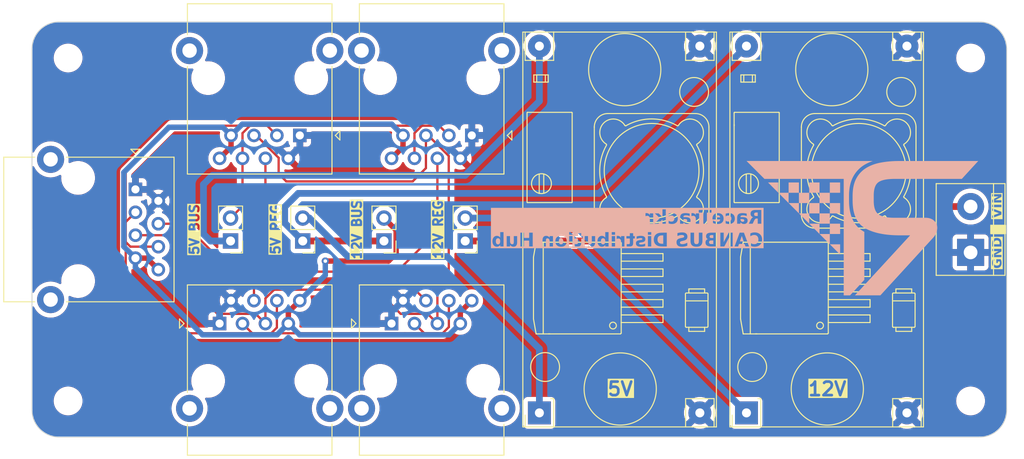
<source format=kicad_pcb>
(kicad_pcb (version 20221018) (generator pcbnew)
  (layers (0 "F.Cu" signal) (31 "B.Cu" signal) (34 "B.Paste" user) (35 "F.Paste" user) (36 "B.SilkS" user "B.Silkscreen") (37 "F.SilkS" user "F.Silkscreen") (38 "B.Mask" user) (39 "F.Mask" user) (44 "Edge.Cuts" user))
  (net 0 "")
  (net 1 "GND")
  (net 2 "+12V")
  (net 3 "+5V")
  (net 4 "CAN_L")
  (net 5 "CAN_H")
  (net 6 "Net-(J7-Pin_2)")
  (net 7 "Net-(JP1-B)")
  (net 8 "Net-(JP2-A)")
  (net 9 "Net-(JP3-B)")
  (net 10 "Net-(JP4-A)")
  (footprint "Connector_RJ:RJ45_Ninigi_GE" (layer "F.Cu") (at 122.051666 96.85 180)
    (fp_text reference "J2" hide)
    (fp_text value "RJ45")
    (pad "" np_thru_hole circle (at -1.27 6.35 180) (size 3.25 3.25) (drill 3.25) (layers "*.Cu" "*.Mask"))
    (pad "" np_thru_hole circle (at 10.16 6.35) (size 3.25 3.25) (drill 3.25) (layers "*.Cu" "*.Mask"))
    (pad "1" thru_hole rect (at 0 0) (size 1.5 1.5) (drill 0.9) (layers "*.Cu" "*.Mask") (net 1 "GND"))
    (pad "2" thru_hole circle (at 1.27 -2.54) (size 1.5 1.5) (drill 0.9) (layers "*.Cu" "*.Mask") (net 1 "GND"))
    (pad "3" thru_hole circle (at 2.54 0) (size 1.5 1.5) (drill 0.9) (layers "*.Cu" "*.Mask") (net 3 "+5V"))
    (pad "4" thru_hole circle (at 3.81 -2.54) (size 1.5 1.5) (drill 0.9) (layers "*.Cu" "*.Mask") (net 4 "CAN_L"))
    (pad "5" thru_hole circle (at 5.08 0) (size 1.5 1.5) (drill 0.9) (layers "*.Cu" "*.Mask") (net 5 "CAN_H"))
    (pad "6" thru_hole circle (at 6.35 -2.54) (size 1.5 1.5) (drill 0.9) (layers "*.Cu" "*.Mask") (net 3 "+5V"))
    (pad "7" thru_hole circle (at 7.62 0) (size 1.5 1.5) (drill 0.9) (layers "*.Cu" "*.Mask") (net 2 "+12V"))
    (pad "8" thru_hole circle (at 8.89 -2.54) (size 1.5 1.5) (drill 0.9) (layers "*.Cu" "*.Mask") (net 2 "+12V"))
    (pad "SH" thru_hole circle (at -3.325 9.4 180) (size 3 3) (drill 1.6) (layers "*.Cu" "*.Mask"))
    (pad "SH" thru_hole circle (at 12.215 9.4) (size 3 3) (drill 1.6) (layers "*.Cu" "*.Mask"))
  )
  (footprint "Connector_RJ:RJ45_Ninigi_GE" (layer "F.Cu") (at 132.216666 117.695)
    (fp_text reference "J5" hide)
    (fp_text value "RJ45")
    (pad "" np_thru_hole circle (at -1.27 6.35) (size 3.25 3.25) (drill 3.25) (layers "*.Cu" "*.Mask"))
    (pad "" np_thru_hole circle (at 10.16 6.35 180) (size 3.25 3.25) (drill 3.25) (layers "*.Cu" "*.Mask"))
    (pad "1" thru_hole rect (at 0 0 180) (size 1.5 1.5) (drill 0.9) (layers "*.Cu" "*.Mask") (net 1 "GND"))
    (pad "2" thru_hole circle (at 1.27 -2.54 180) (size 1.5 1.5) (drill 0.9) (layers "*.Cu" "*.Mask") (net 1 "GND"))
    (pad "3" thru_hole circle (at 2.54 0 180) (size 1.5 1.5) (drill 0.9) (layers "*.Cu" "*.Mask") (net 3 "+5V"))
    (pad "4" thru_hole circle (at 3.81 -2.54 180) (size 1.5 1.5) (drill 0.9) (layers "*.Cu" "*.Mask") (net 4 "CAN_L"))
    (pad "5" thru_hole circle (at 5.08 0 180) (size 1.5 1.5) (drill 0.9) (layers "*.Cu" "*.Mask") (net 5 "CAN_H"))
    (pad "6" thru_hole circle (at 6.35 -2.54 180) (size 1.5 1.5) (drill 0.9) (layers "*.Cu" "*.Mask") (net 3 "+5V"))
    (pad "7" thru_hole circle (at 7.62 0 180) (size 1.5 1.5) (drill 0.9) (layers "*.Cu" "*.Mask") (net 2 "+12V"))
    (pad "8" thru_hole circle (at 8.89 -2.54 180) (size 1.5 1.5) (drill 0.9) (layers "*.Cu" "*.Mask") (net 2 "+12V"))
    (pad "SH" thru_hole circle (at -3.325 9.4) (size 3 3) (drill 1.6) (layers "*.Cu" "*.Mask"))
    (pad "SH" thru_hole circle (at 12.215 9.4 180) (size 3 3) (drill 1.6) (layers "*.Cu" "*.Mask"))
  )
  (footprint "MountingHole:MountingHole_2.7mm_M2.5_DIN965" (layer "F.Cu") (at 196.376666 88.2725)
    (fp_text reference "REF**" hide)
    (fp_text value "MountingHole_2.7mm_M2.5_DIN965" hide)
    (pad "" np_thru_hole circle (at 0 0) (size 2.7 2.7) (drill 2.7) (layers "F&B.Cu" "*.Mask"))
  )
  (footprint "RaceTrackr:LM2596 Buck Converter" (layer "F.Cu") (at 171.541666 127.5925 90)
    (fp_text reference "U1" hide)
    (fp_text value "12V LM2596 Buck Converter")
    (pad "1" thru_hole rect (at 0 0 90) (size 2.54 2.54) (drill 1) (layers "*.Cu" "*.Mask") (net 7 "Net-(JP1-B)"))
    (pad "2" thru_hole circle (at 0 17.78 90) (size 2.54 2.54) (drill 1) (layers "*.Cu" "*.Mask") (net 1 "GND"))
    (pad "3" thru_hole circle (at 40.64 17.78 90) (size 2.54 2.54) (drill 1) (layers "*.Cu" "*.Mask") (net 1 "GND"))
    (pad "4" thru_hole circle (at 40.64 0 90) (size 2.54 2.54) (drill 1) (layers "*.Cu" "*.Mask") (net 8 "Net-(JP2-A)"))
  )
  (footprint "Connector_PinHeader_2.54mm:PinHeader_1x02_P2.54mm_Vertical" (layer "F.Cu") (at 131.376666 108.5475 180)
    (fp_text reference "JP2" hide)
    (fp_text value "Jumper_2_Open")
    (pad "1" thru_hole rect (at 0 0 180) (size 1.7 1.7) (drill 1) (layers "*.Cu" "*.Mask") (net 8 "Net-(JP2-A)"))
    (pad "2" thru_hole oval (at 0 2.54 180) (size 1.7 1.7) (drill 1) (layers "*.Cu" "*.Mask") (net 2 "+12V"))
  )
  (footprint "RaceTrackr:LM2596 Buck Converter" (layer "F.Cu") (at 148.596666 127.5925 90)
    (fp_text reference "U2" hide)
    (fp_text value "5V LM2596 Buck Converter")
    (pad "1" thru_hole rect (at 0 0 90) (size 2.54 2.54) (drill 1) (layers "*.Cu" "*.Mask") (net 9 "Net-(JP3-B)"))
    (pad "2" thru_hole circle (at 0 17.78 90) (size 2.54 2.54) (drill 1) (layers "*.Cu" "*.Mask") (net 1 "GND"))
    (pad "3" thru_hole circle (at 40.64 17.78 90) (size 2.54 2.54) (drill 1) (layers "*.Cu" "*.Mask") (net 1 "GND"))
    (pad "4" thru_hole circle (at 40.64 0 90) (size 2.54 2.54) (drill 1) (layers "*.Cu" "*.Mask") (net 10 "Net-(JP4-A)"))
  )
  (footprint "Connector_RJ:RJ45_Ninigi_GE" (layer "F.Cu") (at 103.836666 102.8275 -90)
    (fp_text reference "J1" hide)
    (fp_text value "RJ45")
    (pad "" np_thru_hole circle (at -1.27 6.35 270) (size 3.25 3.25) (drill 3.25) (layers "*.Cu" "*.Mask"))
    (pad "" np_thru_hole circle (at 10.16 6.35 90) (size 3.25 3.25) (drill 3.25) (layers "*.Cu" "*.Mask"))
    (pad "1" thru_hole rect (at 0 0 90) (size 1.5 1.5) (drill 0.9) (layers "*.Cu" "*.Mask") (net 1 "GND"))
    (pad "2" thru_hole circle (at 1.27 -2.54 90) (size 1.5 1.5) (drill 0.9) (layers "*.Cu" "*.Mask") (net 1 "GND"))
    (pad "3" thru_hole circle (at 2.54 0 90) (size 1.5 1.5) (drill 0.9) (layers "*.Cu" "*.Mask") (net 3 "+5V"))
    (pad "4" thru_hole circle (at 3.81 -2.54 90) (size 1.5 1.5) (drill 0.9) (layers "*.Cu" "*.Mask") (net 4 "CAN_L"))
    (pad "5" thru_hole circle (at 5.08 0 90) (size 1.5 1.5) (drill 0.9) (layers "*.Cu" "*.Mask") (net 5 "CAN_H"))
    (pad "6" thru_hole circle (at 6.35 -2.54 90) (size 1.5 1.5) (drill 0.9) (layers "*.Cu" "*.Mask") (net 3 "+5V"))
    (pad "7" thru_hole circle (at 7.62 0 90) (size 1.5 1.5) (drill 0.9) (layers "*.Cu" "*.Mask") (net 2 "+12V"))
    (pad "8" thru_hole circle (at 8.89 -2.54 90) (size 1.5 1.5) (drill 0.9) (layers "*.Cu" "*.Mask") (net 2 "+12V"))
    (pad "SH" thru_hole circle (at -3.325 9.4 270) (size 3 3) (drill 1.6) (layers "*.Cu" "*.Mask"))
    (pad "SH" thru_hole circle (at 12.215 9.4 90) (size 3 3) (drill 1.6) (layers "*.Cu" "*.Mask"))
  )
  (footprint "TerminalBlock:TerminalBlock_bornier-2_P5.08mm" (layer "F.Cu") (at 196.376666 109.8125 90)
    (fp_text reference "J7" (at 2.54 -5.08 90) (layer "F.SilkS"))
    (fp_text value "Screw_Terminal_01x02")
    (pad "1" thru_hole rect (at 0 0 90) (size 3 3) (drill 1.52) (layers "*.Cu" "*.Mask") (net 1 "GND"))
    (pad "2" thru_hole circle (at 5.08 0 90) (size 3 3) (drill 1.52) (layers "*.Cu" "*.Mask") (net 6 "Net-(J7-Pin_2)"))
  )
  (footprint "Connector_PinHeader_2.54mm:PinHeader_1x02_P2.54mm_Vertical" (layer "F.Cu") (at 122.376666 108.5475 180)
    (fp_text reference "JP3" hide)
    (fp_text value "Jumper_2_Open" hide)
    (pad "1" thru_hole rect (at 0 0 180) (size 1.7 1.7) (drill 1) (layers "*.Cu" "*.Mask") (net 8 "Net-(JP2-A)"))
    (pad "2" thru_hole oval (at 0 2.54 180) (size 1.7 1.7) (drill 1) (layers "*.Cu" "*.Mask") (net 9 "Net-(JP3-B)"))
  )
  (footprint "MountingHole:MountingHole_2.7mm_M2.5_DIN965" (layer "F.Cu") (at 96.376666 88.2725)
    (fp_text reference "REF**" hide)
    (fp_text value "MountingHole_2.7mm_M2.5_DIN965" hide)
    (pad "" np_thru_hole circle (at 0 0) (size 2.7 2.7) (drill 2.7) (layers "F&B.Cu" "*.Mask"))
  )
  (footprint "Connector_PinHeader_2.54mm:PinHeader_1x02_P2.54mm_Vertical" (layer "F.Cu") (at 114.376666 108.5475 180)
    (fp_text reference "JP4" hide)
    (fp_text value "Jumper_2_Open")
    (pad "1" thru_hole rect (at 0 0 180) (size 1.7 1.7) (drill 1) (layers "*.Cu" "*.Mask") (net 10 "Net-(JP4-A)"))
    (pad "2" thru_hole oval (at 0 2.54 180) (size 1.7 1.7) (drill 1) (layers "*.Cu" "*.Mask") (net 3 "+5V"))
  )
  (footprint "Connector_PinHeader_2.54mm:PinHeader_1x02_P2.54mm_Vertical" (layer "F.Cu") (at 140.376666 108.5475 180)
    (fp_text reference "JP1" hide)
    (fp_text value "Jumper_2_Open" hide)
    (pad "1" thru_hole rect (at 0 0 180) (size 1.7 1.7) (drill 1) (layers "*.Cu" "*.Mask") (net 6 "Net-(J7-Pin_2)"))
    (pad "2" thru_hole oval (at 0 2.54 180) (size 1.7 1.7) (drill 1) (layers "*.Cu" "*.Mask") (net 7 "Net-(JP1-B)"))
  )
  (footprint "Connector_RJ:RJ45_Ninigi_GE" (layer "F.Cu") (at 141.106666 96.85 180)
    (fp_text reference "J3" hide)
    (fp_text value "RJ45")
    (pad "" np_thru_hole circle (at -1.27 6.35 180) (size 3.25 3.25) (drill 3.25) (layers "*.Cu" "*.Mask"))
    (pad "" np_thru_hole circle (at 10.16 6.35) (size 3.25 3.25) (drill 3.25) (layers "*.Cu" "*.Mask"))
    (pad "1" thru_hole rect (at 0 0) (size 1.5 1.5) (drill 0.9) (layers "*.Cu" "*.Mask") (net 1 "GND"))
    (pad "2" thru_hole circle (at 1.27 -2.54) (size 1.5 1.5) (drill 0.9) (layers "*.Cu" "*.Mask") (net 1 "GND"))
    (pad "3" thru_hole circle (at 2.54 0) (size 1.5 1.5) (drill 0.9) (layers "*.Cu" "*.Mask") (net 3 "+5V"))
    (pad "4" thru_hole circle (at 3.81 -2.54) (size 1.5 1.5) (drill 0.9) (layers "*.Cu" "*.Mask") (net 4 "CAN_L"))
    (pad "5" thru_hole circle (at 5.08 0) (size 1.5 1.5) (drill 0.9) (layers "*.Cu" "*.Mask") (net 5 "CAN_H"))
    (pad "6" thru_hole circle (at 6.35 -2.54) (size 1.5 1.5) (drill 0.9) (layers "*.Cu" "*.Mask") (net 3 "+5V"))
    (pad "7" thru_hole circle (at 7.62 0) (size 1.5 1.5) (drill 0.9) (layers "*.Cu" "*.Mask") (net 2 "+12V"))
    (pad "8" thru_hole circle (at 8.89 -2.54) (size 1.5 1.5) (drill 0.9) (layers "*.Cu" "*.Mask") (net 2 "+12V"))
    (pad "SH" thru_hole circle (at -3.325 9.4 180) (size 3 3) (drill 1.6) (layers "*.Cu" "*.Mask"))
    (pad "SH" thru_hole circle (at 12.215 9.4) (size 3 3) (drill 1.6) (layers "*.Cu" "*.Mask"))
  )
  (footprint "MountingHole:MountingHole_2.7mm_M2.5_DIN965" (layer "F.Cu") (at 96.376666 126.2725)
    (fp_text reference "REF**" hide)
    (fp_text value "MountingHole_2.7mm_M2.5_DIN965" hide)
    (pad "" np_thru_hole circle (at 0 0) (size 2.7 2.7) (drill 2.7) (layers "F&B.Cu" "*.Mask"))
  )
  (footprint "Connector_RJ:RJ45_Ninigi_GE" (layer "F.Cu") (at 113.161666 117.695)
    (fp_text reference "J4" hide)
    (fp_text value "RJ45")
    (pad "" np_thru_hole circle (at -1.27 6.35) (size 3.25 3.25) (drill 3.25) (layers "*.Cu" "*.Mask"))
    (pad "" np_thru_hole circle (at 10.16 6.35 180) (size 3.25 3.25) (drill 3.25) (layers "*.Cu" "*.Mask"))
    (pad "1" thru_hole rect (at 0 0 180) (size 1.5 1.5) (drill 0.9) (layers "*.Cu" "*.Mask") (net 1 "GND"))
    (pad "2" thru_hole circle (at 1.27 -2.54 180) (size 1.5 1.5) (drill 0.9) (layers "*.Cu" "*.Mask") (net 1 "GND"))
    (pad "3" thru_hole circle (at 2.54 0 180) (size 1.5 1.5) (drill 0.9) (layers "*.Cu" "*.Mask") (net 3 "+5V"))
    (pad "4" thru_hole circle (at 3.81 -2.54 180) (size 1.5 1.5) (drill 0.9) (layers "*.Cu" "*.Mask") (net 4 "CAN_L"))
    (pad "5" thru_hole circle (at 5.08 0 180) (size 1.5 1.5) (drill 0.9) (layers "*.Cu" "*.Mask") (net 5 "CAN_H"))
    (pad "6" thru_hole circle (at 6.35 -2.54 180) (size 1.5 1.5) (drill 0.9) (layers "*.Cu" "*.Mask") (net 3 "+5V"))
    (pad "7" thru_hole circle (at 7.62 0 180) (size 1.5 1.5) (drill 0.9) (layers "*.Cu" "*.Mask") (net 2 "+12V"))
    (pad "8" thru_hole circle (at 8.89 -2.54 180) (size 1.5 1.5) (drill 0.9) (layers "*.Cu" "*.Mask") (net 2 "+12V"))
    (pad "SH" thru_hole circle (at -3.325 9.4) (size 3 3) (drill 1.6) (layers "*.Cu" "*.Mask"))
    (pad "SH" thru_hole circle (at 12.215 9.4 180) (size 3 3) (drill 1.6) (layers "*.Cu" "*.Mask"))
  )
  (footprint "MountingHole:MountingHole_2.7mm_M2.5_DIN965" (layer "F.Cu") (at 196.376666 126.2725)
    (fp_text reference "REF**" hide)
    (fp_text value "MountingHole_2.7mm_M2.5_DIN965" hide)
    (pad "" np_thru_hole circle (at 0 0) (size 2.7 2.7) (drill 2.7) (layers "F&B.Cu" "*.Mask"))
  )
  (gr_poly (pts (xy 196.464393 99.68421) (xy 188.444873 99.68421) (xy 188.174346 99.687001) (xy 187.908461 99.695372) (xy 187.647212 99.709325) (xy 187.390591 99.728859) (xy 187.13859 99.753973) (xy 186.891201 99.784669) (xy 186.648416 99.820946) (xy 186.410228 99.862804) (xy 186.293367 99.886136) (xy 186.178431 99.911483) (xy 186.06542 99.938846) (xy 185.954338 99.968224) (xy 185.845186 99.999617) (xy 185.737967 100.033026) (xy 185.632681 100.06845) (xy 185.529331 100.10589) (xy 185.427919 100.145345) (xy 185.328447 100.186815) (xy 185.230916 100.230301) (xy 185.135329 100.275802) (xy 185.041688 100.323318) (xy 184.949994 100.37285) (xy 184.86025 100.424397) (xy 184.772457 100.47796) (xy 184.686951 100.533732) (xy 184.60382 100.591907) (xy 184.523067 100.652484) (xy 184.444694 100.715465) (xy 184.368705 100.780849) (xy 184.295102 100.848635) (xy 184.223889 100.918825) (xy 184.155068 100.991417) (xy 184.088643 101.066413) (xy 184.024615 101.143811) (xy 183.962988 101.223612) (xy 183.903766 101.305817) (xy 183.84695 101.390424) (xy 183.792544 101.477434) (xy 183.74055 101.566847) (xy 183.690972 101.658663) (xy 183.643998 101.753192) (xy 183.600062 101.850746) (xy 183.559162 101.951324) (xy 183.521298 102.054928) (xy 183.486469 102.16156) (xy 183.454673 102.271219) (xy 183.42591 102.383907) (xy 183.400179 102.499625) (xy 183.377479 102.618373) (xy 183.357808 102.740154) (xy 183.341167 102.864967) (xy 183.327553 102.992814) (xy 183.316966 103.123696) (xy 183.309406 103.257613) (xy 183.30487 103.394567) (xy 183.303358 103.534559) (xy 183.303358 104.07034) (xy 183.308753 104.347501) (xy 183.324936 104.613189) (xy 183.351905 104.867403) (xy 183.369433 104.990207) (xy 183.389658 105.110142) (xy 183.412578 105.227208) (xy 183.438193 105.341405) (xy 183.466504 105.452733) (xy 183.497509 105.561191) (xy 183.531209 105.666779) (xy 183.567603 105.769499) (xy 183.606692 105.869348) (xy 183.648474 105.966328) (xy 183.69295 106.060437) (xy 183.740119 106.151677) (xy 183.789982 106.240046) (xy 183.842537 106.325545) (xy 183.897785 106.408173) (xy 183.955726 106.487931) (xy 184.016358 106.564818) (xy 184.079683 106.638834) (xy 184.145699 106.70998) (xy 184.214407 106.778254) (xy 184.285806 106.843657) (xy 184.359896 106.906189) (xy 184.436676 106.965849) (xy 184.516147 107.022638) (xy 184.598309 107.076555) (xy 184.68316 107.1276) (xy 184.859971 107.223719) (xy 185.045373 107.313636) (xy 185.239367 107.397351) (xy 185.441956 107.474866) (xy 185.653141 107.54618) (xy 185.872925 107.611292) (xy 186.101308 107.670203) (xy 186.338294 107.722913) (xy 186.583884 107.769422) (xy 186.83808 107.809729) (xy 187.100884 107.843836) (xy 187.372298 107.871741) (xy 187.652324 107.893445) (xy 187.940964 107.908948) (xy 188.238219 107.91825) (xy 188.544092 107.92135) (xy 189.675847 107.92135) (xy 184.600477 113.440558) (xy 183.561324 114.570329) (xy 186.380461 114.570329) (xy 192.216507 108.197841) (xy 192.252978 108.157843) (xy 192.287976 108.117225) (xy 192.321501 108.075987) (xy 192.353553 108.034129) (xy 192.384133 107.991651) (xy 192.413239 107.948553) (xy 192.440873 107.904835) (xy 192.467035 107.860497) (xy 192.491723 107.815538) (xy 192.514939 107.769959) (xy 192.536682 107.723761) (xy 192.556952 107.676942) (xy 192.575749 107.629503) (xy 192.593074 107.581444) (xy 192.608925 107.532765) (xy 192.623304 107.483465) (xy 192.636249 107.433979) (xy 192.647551 107.384986) (xy 192.657209 107.33648) (xy 192.665224 107.288459) (xy 192.671596 107.240919) (xy 192.676324 107.193855) (xy 192.679409 107.147264) (xy 192.680851 107.101143) (xy 192.68065 107.055486) (xy 192.678805 107.01029) (xy 192.675317 106.965552) (xy 192.670185 106.921267) (xy 192.66341 106.877432) (xy 192.654992 106.834043) (xy 192.644931 106.791095) (xy 192.633226 106.748585) (xy 192.619932 106.709355) (xy 192.604856 106.670795) (xy 192.587996 106.632908) (xy 192.569354 106.595695) (xy 192.548929 106.559161) (xy 192.526721 106.523308) (xy 192.50273 106.488139) (xy 192.476957 106.453657) (xy 192.4494 106.419865) (xy 192.420061 106.386766) (xy 192.388939 106.354363) (xy 192.356034 106.322658) (xy 192.321346 106.291654) (xy 192.284876 106.261355) (xy 192.246622 106.231764) (xy 192.206586 106.202882) (xy 192.164883 106.175248) (xy 192.121877 106.149397) (xy 192.077566 106.125329) (xy 192.031951 106.103043) (xy 191.985029 106.082541) (xy 191.9368 106.063821) (xy 191.887263 106.046884) (xy 191.836417 106.03173) (xy 191.784261 106.018359) (xy 191.730795 106.00677) (xy 191.676016 105.996965) (xy 191.619924 105.988942) (xy 191.562518 105.982702) (xy 191.503798 105.978245) (xy 191.443762 105.975571) (xy 191.382409 105.974679) (xy 187.948117 105.974679) (xy 187.789941 105.973136) (xy 187.637875 105.968505) (xy 187.491921 105.960783) (xy 187.352081 105.949968) (xy 187.218357 105.936055) (xy 187.090751 105.919043) (xy 186.969265 105.898928) (xy 186.8539 105.875708) (xy 186.744659 105.84938) (xy 186.641543 105.81994) (xy 186.544555 105.787387) (xy 186.453697 105.751716) (xy 186.36897 105.712925) (xy 186.290376 105.671011) (xy 186.217917 105.625972) (xy 186.151596 105.577804) (xy 186.090204 105.525668) (xy 186.03278 105.468233) (xy 185.979323 105.405502) (xy 185.929832 105.337477) (xy 185.884306 105.264163) (xy 185.842743 105.18556) (xy 185.805143 105.101674) (xy 185.771506 105.012505) (xy 185.741829 104.918058) (xy 185.716113 104.818335) (xy 185.694355 104.713339) (xy 185.676556 104.603073) (xy 185.662713 104.48754) (xy 185.652827 104.366742) (xy 185.646896 104.240683) (xy 185.644919 104.109366) (xy 185.644919 103.493549) (xy 185.646896 103.362317) (xy 185.652827 103.23651) (xy 185.662713 103.11613) (xy 185.676556 103.001176) (xy 185.694355 102.891648) (xy 185.716113 102.787545) (xy 185.741829 102.688869) (xy 185.771506 102.595619) (xy 185.805143 102.507795) (xy 185.842743 102.425397) (xy 185.863029 102.386233) (xy 185.884306 102.348425) (xy 185.906573 102.311974) (xy 185.929832 102.276879) (xy 185.954082 102.243141) (xy 185.979323 102.210759) (xy 186.005556 102.179734) (xy 186.03278 102.150065) (xy 186.060996 102.121753) (xy 186.090204 102.094797) (xy 186.120404 102.069198) (xy 186.151596 102.044955) (xy 186.217917 101.999408) (xy 186.290376 101.956778) (xy 186.36897 101.917069) (xy 186.453697 101.880283) (xy 186.544555 101.846423) (xy 186.641543 101.815492) (xy 186.744659 101.787494) (xy 186.8539 101.76243) (xy 186.969265 101.740304) (xy 187.090751 101.721118) (xy 187.218357 101.704877) (xy 187.352081 101.691581) (xy 187.491921 101.681236) (xy 187.637875 101.673842) (xy 187.789941 101.669404) (xy 187.948117 101.667924) (xy 195.404737 101.667924) (xy 197.22507 99.682226)) (fill solid) (layer "B.SilkS"))
  (gr_poly (pts (xy 180.777909 105.488507) (xy 181.919586 105.488507) (xy 181.919586 104.34683) (xy 180.777909 104.34683)) (fill solid) (layer "B.SilkS"))
  (gr_poly (pts (xy 175.070848 103.205153) (xy 175.070848 102.064137) (xy 173.929832 102.064137)) (fill solid) (layer "B.SilkS"))
  (gr_poly (pts (xy 178.495217 106.629523) (xy 178.495217 105.488507) (xy 177.354201 105.488507)) (fill solid) (layer "B.SilkS"))
  (gr_poly (pts (xy 178.495217 103.205814) (xy 179.636895 103.205814) (xy 179.636895 102.064137) (xy 178.495217 102.064137)) (fill solid) (layer "B.SilkS"))
  (gr_poly (pts (xy 179.636895 106.630184) (xy 180.778571 106.630184) (xy 180.778571 105.488507) (xy 179.636895 105.488507)) (fill solid) (layer "B.SilkS"))
  (gr_poly (pts (xy 180.777909 103.205814) (xy 181.919586 103.205814) (xy 181.919586 102.064137) (xy 180.777909 102.064137)) (fill solid) (layer "B.SilkS"))
  (gr_poly (pts (xy 177.354201 105.488507) (xy 177.354201 104.34683) (xy 176.212523 104.34683)) (fill solid) (layer "B.SilkS"))
  (gr_poly (pts (xy 176.212523 103.205814) (xy 177.354201 103.205814) (xy 177.354201 102.064137) (xy 176.212523 102.064137)) (fill solid) (layer "B.SilkS"))
  (gr_poly (pts (xy 176.212523 104.34683) (xy 176.212523 103.205153) (xy 175.070848 103.205153)) (fill solid) (layer "B.SilkS"))
  (gr_poly (pts (xy 179.636895 107.7712) (xy 179.636895 106.629523) (xy 178.495217 106.629523)) (fill solid) (layer "B.SilkS"))
  (gr_poly (pts (xy 179.636895 104.34683) (xy 180.778571 104.34683) (xy 180.778571 103.205153) (xy 179.636895 103.205153)) (fill solid) (layer "B.SilkS"))
  (gr_poly (pts (xy 181.919586 110.053892) (xy 181.919586 108.912877) (xy 180.778571 108.912877)) (fill solid) (layer "B.SilkS"))
  (gr_poly (pts (xy 178.495217 105.488507) (xy 179.636895 105.488507) (xy 179.636895 104.34683) (xy 178.495217 104.34683)) (fill solid) (layer "B.SilkS"))
  (gr_poly (pts (xy 177.353539 104.34683) (xy 178.495217 104.34683) (xy 178.495217 103.205153) (xy 177.353539 103.205153)) (fill solid) (layer "B.SilkS"))
  (gr_poly (pts (xy 173.533618 101.666601) (xy 173.870961 101.667924) (xy 182.317784 101.667924) (xy 182.317784 114.57099) (xy 183.022238 114.57099) (xy 183.269623 114.302439) (xy 184.600477 112.854506) (xy 184.600477 107.530429) (xy 184.586199 107.522852) (xy 184.571703 107.515453) (xy 184.542434 107.500911) (xy 184.527845 107.493629) (xy 184.513412 107.486245) (xy 184.499227 107.478692) (xy 184.485383 107.470897) (xy 184.294987 107.351571) (xy 184.116721 107.219595) (xy 183.950605 107.075015) (xy 183.79666 106.917877) (xy 183.654909 106.748228) (xy 183.525372 106.566116) (xy 183.408071 106.371585) (xy 183.303026 106.164683) (xy 183.21026 105.945456) (xy 183.129794 105.713951) (xy 183.061648 105.470214) (xy 183.005845 105.214291) (xy 182.962406 104.94623) (xy 182.931351 104.666077) (xy 182.912703 104.373878) (xy 182.906482 104.069679) (xy 182.906482 103.533898) (xy 182.908179 103.382532) (xy 182.913267 103.234049) (xy 182.921743 103.088479) (xy 182.933602 102.945851) (xy 182.94884 102.806196) (xy 182.967455 102.669544) (xy 182.989441 102.535924) (xy 183.014796 102.405367) (xy 183.043514 102.277903) (xy 183.075593 102.153562) (xy 183.111028 102.032374) (xy 183.149816 101.914369) (xy 183.191952 101.799577) (xy 183.237433 101.688027) (xy 183.286255 101.579751) (xy 183.338414 101.474778) (xy 183.394043 101.371617) (xy 183.452523 101.271002) (xy 183.513836 101.172953) (xy 183.577965 101.07749) (xy 183.644892 100.98463) (xy 183.7146 100.894395) (xy 183.787072 100.806803) (xy 183.862289 100.721873) (xy 183.940235 100.639626) (xy 184.020892 100.560079) (xy 184.104242 100.483254) (xy 184.190269 100.409169) (xy 184.278955 100.337843) (xy 184.370281 100.269296) (xy 184.464232 100.203548) (xy 184.560789 100.140617) (xy 184.673539 100.072576) (xy 184.789468 100.007798) (xy 184.908465 99.946198) (xy 185.030424 99.887691) (xy 185.155236 99.832192) (xy 185.282791 99.779615) (xy 185.412982 99.729876) (xy 185.5457 99.682887) (xy 178.597743 99.682887) (xy 172.04732 99.682226) (xy 171.549243 99.682226)) (fill solid) (layer "B.SilkS"))
  (gr_poly (pts (xy 180.777909 107.7712) (xy 181.919586 107.7712) (xy 181.919586 106.629523) (xy 180.777909 106.629523)) (fill solid) (layer "B.SilkS"))
  (gr_poly (pts (xy 180.778571 108.912877) (xy 180.778571 107.7712) (xy 179.636895 107.7712)) (fill solid) (layer "B.SilkS"))
  (gr_rect (start 198.626666 106.8225) (end 200.226666 107.7225) (stroke (width 0.15)) (fill solid) (layer "F.SilkS"))
  (gr_line (start 200.376666 87.2725) (end 200.376666 107.2725) (stroke (width 0.1)) (layer "Edge.Cuts"))
  (gr_arc (start 197.376666 84.2725) (mid 199.497986 85.15118) (end 200.376666 87.2725) (stroke (width 0.1)) (layer "Edge.Cuts"))
  (gr_arc (start 200.376666 127.2725) (mid 199.497986 129.39382) (end 197.376666 130.2725) (stroke (width 0.1)) (layer "Edge.Cuts"))
  (gr_arc (start 95.376666 130.2725) (mid 93.255346 129.39382) (end 92.376666 127.2725) (stroke (width 0.1)) (layer "Edge.Cuts"))
  (gr_arc (start 92.376666 87.2725) (mid 93.255346 85.15118) (end 95.376666 84.2725) (stroke (width 0.1)) (layer "Edge.Cuts"))
  (gr_line (start 92.376666 127.2725) (end 92.376666 107.2725) (stroke (width 0.1)) (layer "Edge.Cuts"))
  (gr_line (start 197.376666 130.2725) (end 95.376666 130.2725) (stroke (width 0.1)) (layer "Edge.Cuts"))
  (gr_line (start 200.376666 107.2725) (end 200.376666 127.2725) (stroke (width 0.1)) (layer "Edge.Cuts"))
  (gr_line (start 95.376666 84.2725) (end 197.376666 84.2725) (stroke (width 0.1)) (layer "Edge.Cuts"))
  (gr_line (start 92.376666 107.2725) (end 92.376666 87.2725) (stroke (width 0.1)) (layer "Edge.Cuts"))
  (gr_text "RaceTrackr\nCANBUS Distribution Hub" (at 173.376666 107.2725) (layer "B.SilkS" knockout) (effects (font (size 1.5 1.5) (thickness 0.3) bold) (justify left mirror)))
  (gr_text "12V BUS" (at 128.376666 107.2725 90) (layer "F.SilkS" knockout) (effects (font (size 1 1) (thickness 0.25) bold)))
  (gr_text "GND" (at 199.376666 109.8725 90) (layer "F.SilkS" knockout) (effects (font (size 1 1) (thickness 0.25) bold)))
  (gr_text "12V REG" (at 137.376666 107.2725 90) (layer "F.SilkS" knockout) (effects (font (size 1 1) (thickness 0.25) bold)))
  (gr_text "5V" (at 157.554084 124.945834) (layer "F.SilkS" knockout) (effects (font (size 1.5 1.5) (thickness 0.3) bold)))
  (gr_text "5V BUS" (at 110.376666 107.2725 90) (layer "F.SilkS" knockout) (effects (font (size 1 1) (thickness 0.25) bold)))
  (gr_text "12V" (at 180.499084 124.945834) (layer "F.SilkS" knockout) (effects (font (size 1.5 1.5) (thickness 0.3) bold)))
  (gr_text "VIN" (at 199.376666 104.6225 90) (layer "F.SilkS" knockout) (effects (font (size 1 1) (thickness 0.25) bold)))
  (gr_text "5V REG" (at 119.376666 107.2725 90) (layer "F.SilkS" knockout) (effects (font (size 1 1) (thickness 0.25) bold)))
  (segment (start 103.836666 110.4475) (end 105.106666 110.4475) (width 0.6) (layer "F.Cu") (net 2))
  (segment (start 133.486666 96.85) (end 133.486666 98.12) (width 0.6) (layer "F.Cu") (net 2))
  (segment (start 114.431666 98.12) (end 113.161666 99.39) (width 0.6) (layer "F.Cu") (net 2))
  (segment (start 131.376666 106.0075) (end 132.726666 107.3575) (width 0.6) (layer "F.Cu") (net 2))
  (segment (start 120.781666 117.695) (end 120.781666 116.425) (width 0.6) (layer "F.Cu") (net 2))
  (segment (start 114.431666 96.85) (end 114.431666 98.12) (width 0.6) (layer "F.Cu") (net 2))
  (segment (start 105.106666 110.4475) (end 106.376666 111.7175) (width 0.6) (layer "F.Cu") (net 2))
  (segment (start 139.836666 116.425) (end 141.106666 115.155) (width 0.6) (layer "F.Cu") (net 2))
  (segment (start 133.486666 98.12) (end 132.216666 99.39) (width 0.6) (layer "F.Cu") (net 2))
  (segment (start 139.836666 117.695) (end 139.836666 116.425) (width 0.6) (layer "F.Cu") (net 2))
  (segment (start 132.726666 107.3575) (end 132.726666 109.9225) (width 0.6) (layer "F.Cu") (net 2))
  (segment (start 120.781666 116.425) (end 122.051666 115.155) (width 0.6) (layer "F.Cu") (net 2))
  (segment (start 132.726666 109.9225) (end 131.876666 110.7725) (width 0.6) (layer "F.Cu") (net 2))
  (segment (start 131.876666 110.7725) (end 124.876666 110.7725) (width 0.6) (layer "F.Cu") (net 2))
  (via (at 124.876666 110.7725) (size 0.8) (drill 0.4) (layers "F.Cu" "B.Cu") (net 2))
  (segment (start 124.876666 110.7725) (end 124.876666 112.33) (width 0.6) (layer "B.Cu") (net 2))
  (segment (start 139.836666 117.695) (end 138.586666 118.945) (width 0.6) (layer "B.Cu") (net 2))
  (segment (start 102.554084 109.164918) (end 103.836666 110.4475) (width 0.6) (layer "B.Cu") (net 2))
  (segment (start 114.431666 96.85) (end 115.681666 95.6) (width 0.6) (layer "B.Cu") (net 2))
  (segment (start 114.431666 96.85) (end 113.5275 95.945834) (width 0.6) (layer "B.Cu") (net 2))
  (segment (start 124.876666 112.33) (end 122.051666 115.155) (width 0.6) (layer "B.Cu") (net 2))
  (segment (start 119.531666 118.945) (end 111.273506 118.945) (width 0.6) (layer "B.Cu") (net 2))
  (segment (start 132.236666 95.6) (end 133.486666 96.85) (width 0.6) (layer "B.Cu") (net 2))
  (segment (start 138.586666 118.945) (end 122.031666 118.945) (width 0.6) (layer "B.Cu") (net 2))
  (segment (start 107.554084 95.945834) (end 102.554084 100.945834) (width 0.6) (layer "B.Cu") (net 2))
  (segment (start 115.681666 95.6) (end 132.236666 95.6) (width 0.6) (layer "B.Cu") (net 2))
  (segment (start 103.836666 111.50816) (end 103.836666 110.4475) (width 0.6) (layer "B.Cu") (net 2))
  (segment (start 102.554084 100.945834) (end 102.554084 109.164918) (width 0.6) (layer "B.Cu") (net 2))
  (segment (start 122.031666 118.945) (end 120.781666 117.695) (width 0.6) (layer "B.Cu") (net 2))
  (segment (start 113.5275 95.945834) (end 107.554084 95.945834) (width 0.6) (layer "B.Cu") (net 2))
  (segment (start 111.273506 118.945) (end 103.836666 111.50816) (width 0.6) (layer "B.Cu") (net 2))
  (segment (start 120.781666 117.695) (end 119.531666 118.945) (width 0.6) (layer "B.Cu") (net 2))
  (segment (start 107.874166 118.77) (end 102.761666 113.6575) (width 0.25) (layer "F.Cu") (net 3))
  (segment (start 116.526386 95.775) (end 107.874166 95.775) (width 0.25) (layer "F.Cu") (net 3))
  (segment (start 134.756666 96.59972) (end 135.581386 95.775) (width 0.25) (layer "F.Cu") (net 3))
  (segment (start 102.761666 113.6575) (end 102.761666 108.6575) (width 0.25) (layer "F.Cu") (net 3))
  (segment (start 114.376666 106.0075) (end 115.701666 104.6825) (width 0.25) (layer "F.Cu") (net 3))
  (segment (start 135.581386 95.775) (end 118.436666 95.775) (width 0.25) (layer "F.Cu") (net 3))
  (segment (start 138.566666 118.0825) (end 138.566666 115.155) (width 0.25) (layer "F.Cu") (net 3))
  (segment (start 135.581386 95.775) (end 137.491666 95.775) (width 0.25) (layer "F.Cu") (net 3))
  (segment (start 102.761666 106.4425) (end 102.761666 108.6575) (width 0.25) (layer "F.Cu") (net 3))
  (segment (start 116.776666 118.77) (end 118.879166 118.77) (width 0.25) (layer "F.Cu") (net 3))
  (segment (start 135.831666 118.77) (end 137.879166 118.77) (width 0.25) (layer "F.Cu") (net 3))
  (segment (start 134.756666 99.39) (end 134.756666 96.59972) (width 0.25) (layer "F.Cu") (net 3))
  (segment (start 119.511666 96.85) (end 118.436666 95.775) (width 0.25) (layer "F.Cu") (net 3))
  (segment (start 133.681666 118.77) (end 137.376666 118.77) (width 0.25) (layer "F.Cu") (net 3))
  (segment (start 118.879166 118.77) (end 119.511666 118.1375) (width 0.25) (layer "F.Cu") (net 3))
  (segment (start 115.701666 104.6825) (end 115.701666 99.39) (width 0.25) (layer "F.Cu") (net 3))
  (segment (start 116.776666 118.77) (end 107.874166 118.77) (width 0.25) (layer "F.Cu") (net 3))
  (segment (start 137.879166 118.77) (end 138.566666 118.0825) (width 0.25) (layer "F.Cu") (net 3))
  (segment (start 118.436666 95.775) (end 116.526386 95.775) (width 0.25) (layer "F.Cu") (net 3))
  (segment (start 102.761666 100.8875) (end 102.761666 106.4425) (width 0.25) (layer "F.Cu") (net 3))
  (segment (start 102.761666 108.6575) (end 103.281666 109.1775) (width 0.25) (layer "F.Cu") (net 3))
  (segment (start 116.526386 95.775) (end 115.701666 96.59972) (width 0.25) (layer "F.Cu") (net 3))
  (segment (start 107.874166 95.775) (end 102.761666 100.8875) (width 0.25) (layer "F.Cu") (net 3))
  (segment (start 137.491666 95.775) (end 138.566666 96.85) (width 0.25) (layer "F.Cu") (net 3))
  (segment (start 119.511666 118.1375) (end 119.511666 115.155) (width 0.25) (layer "F.Cu") (net 3))
  (segment (start 118.879166 118.77) (end 133.681666 118.77) (width 0.25) (layer "F.Cu") (net 3))
  (segment (start 134.756666 117.695) (end 135.831666 118.77) (width 0.25) (layer "F.Cu") (net 3))
  (segment (start 115.701666 117.695) (end 116.776666 118.77) (width 0.25) (layer "F.Cu") (net 3))
  (segment (start 103.281666 109.1775) (end 106.376666 109.1775) (width 0.25) (layer "F.Cu") (net 3))
  (segment (start 115.701666 96.59972) (end 115.701666 99.39) (width 0.25) (layer "F.Cu") (net 3))
  (segment (start 103.836666 105.3675) (end 102.761666 106.4425) (width 0.25) (layer "F.Cu") (net 3))
  (segment (start 106.376666 106.6375) (end 109.24575 106.6375) (width 0.25) (layer "F.Cu") (net 4))
  (segment (start 117.554084 111.945834) (end 132.8175 111.945834) (width 0.25) (layer "F.Cu") (net 4))
  (segment (start 137.296666 99.39) (end 137.296666 107.466668) (width 0.25) (layer "F.Cu") (net 4))
  (segment (start 109.24575 106.6375) (end 114.554084 111.945834) (width 0.25) (layer "F.Cu") (net 4))
  (segment (start 114.554084 111.945834) (end 117.554084 111.945834) (width 0.25) (layer "F.Cu") (net 4))
  (segment (start 118.241666 111.633416) (end 118.554084 111.945834) (width 0.25) (layer "F.Cu") (net 4))
  (segment (start 116.971666 115.155) (end 116.971666 112.528252) (width 0.25) (layer "F.Cu") (net 4))
  (segment (start 118.241666 99.39) (end 118.241666 111.633416) (width 0.25) (layer "F.Cu") (net 4))
  (segment (start 137.296666 107.466668) (end 132.8175 111.945834) (width 0.25) (layer "F.Cu") (net 4))
  (segment (start 116.971666 112.528252) (end 117.554084 111.945834) (width 0.25) (layer "F.Cu") (net 4))
  (segment (start 132.8175 111.945834) (end 136.026666 115.155) (width 0.25) (layer "F.Cu") (net 4))
  (segment (start 136.221666 116.62) (end 133.22825 116.62) (width 0.25) (layer "F.Cu") (net 5))
  (segment (start 119.200552 113.945834) (end 118.241666 114.90472) (width 0.25) (layer "F.Cu") (net 5))
  (segment (start 136.276946 96.85) (end 138.554084 99.127138) (width 0.25) (layer "F.Cu") (net 5))
  (segment (start 120.554084 101.945834) (end 134.554084 101.945834) (width 0.25) (layer "F.Cu") (net 5))
  (segment (start 108.554084 108.945834) (end 107.51575 107.9075) (width 0.25) (layer "F.Cu") (net 5))
  (segment (start 108.554084 112.2525) (end 108.554084 108.945834) (width 0.25) (layer "F.Cu") (net 5))
  (segment (start 137.296666 117.695) (end 136.221666 116.62) (width 0.25) (layer "F.Cu") (net 5))
  (segment (start 107.51575 107.9075) (end 103.836666 107.9075) (width 0.25) (layer "F.Cu") (net 5))
  (segment (start 136.026666 96.85) (end 136.276946 96.85) (width 0.25) (layer "F.Cu") (net 5))
  (segment (start 130.554084 113.945834) (end 119.200552 113.945834) (width 0.25) (layer "F.Cu") (net 5))
  (segment (start 117.221946 96.85) (end 119.706666 99.33472) (width 0.25) (layer "F.Cu") (net 5))
  (segment (start 119.706666 99.33472) (end 119.706666 101.098416) (width 0.25) (layer "F.Cu") (net 5))
  (segment (start 136.026666 100.473252) (end 136.026666 96.85) (width 0.25) (layer "F.Cu") (net 5))
  (segment (start 118.241666 114.90472) (end 118.241666 117.695) (width 0.25) (layer "F.Cu") (net 5))
  (segment (start 134.554084 101.945834) (end 136.026666 100.473252) (width 0.25) (layer "F.Cu") (net 5))
  (segment (start 119.706666 101.098416) (end 120.554084 101.945834) (width 0.25) (layer "F.Cu") (net 5))
  (segment (start 118.241666 117.695) (end 117.166666 116.62) (width 0.25) (layer "F.Cu") (net 5))
  (segment (start 138.554084 112.945834) (end 137.296666 114.203252) (width 0.25) (layer "F.Cu") (net 5))
  (segment (start 137.296666 114.203252) (end 137.296666 117.695) (width 0.25) (layer "F.Cu") (net 5))
  (segment (start 138.554084 99.127138) (end 138.554084 112.945834) (width 0.25) (layer "F.Cu") (net 5))
  (segment (start 133.22825 116.62) (end 130.554084 113.945834) (width 0.25) (layer "F.Cu") (net 5))
  (segment (start 116.971666 96.85) (end 117.221946 96.85) (width 0.25) (layer "F.Cu") (net 5))
  (segment (start 112.921584 116.62) (end 108.554084 112.2525) (width 0.25) (layer "F.Cu") (net 5))
  (segment (start 117.166666 116.62) (end 112.921584 116.62) (width 0.25) (layer "F.Cu") (net 5))
  (segment (start 196.376666 104.7325) (end 183.916666 104.7325) (width 0.75) (layer "F.Cu") (net 6))
  (segment (start 180.101666 108.5475) (end 140.376666 108.5475) (width 0.75) (layer "F.Cu") (net 6))
  (segment (start 183.916666 104.7325) (end 180.101666 108.5475) (width 0.75) (layer "F.Cu") (net 6))
  (segment (start 171.541666 127.5925) (end 149.956666 106.0075) (width 0.75) (layer "B.Cu") (net 7))
  (segment (start 149.956666 106.0075) (end 140.376666 106.0075) (width 0.75) (layer "B.Cu") (net 7))
  (segment (start 122.376666 108.5475) (end 131.376666 108.5475) (width 0.75) (layer "F.Cu") (net 8))
  (segment (start 121.876666 103.2725) (end 120.376666 104.7725) (width 0.75) (layer "B.Cu") (net 8))
  (segment (start 120.376666 106.5475) (end 120.376666 104.7725) (width 0.75) (layer "B.Cu") (net 8))
  (segment (start 155.221666 103.2725) (end 121.876666 103.2725) (width 0.75) (layer "B.Cu") (net 8))
  (segment (start 171.541666 86.9525) (end 155.221666 103.2725) (width 0.75) (layer "B.Cu") (net 8))
  (segment (start 122.376666 108.5475) (end 120.376666 106.5475) (width 0.75) (layer "B.Cu") (net 8))
  (segment (start 148.596666 120.4925) (end 138.376666 110.2725) (width 0.75) (layer "B.Cu") (net 9))
  (segment (start 148.596666 127.5925) (end 148.596666 120.4925) (width 0.75) (layer "B.Cu") (net 9))
  (segment (start 138.376666 110.2725) (end 127.376666 110.2725) (width 0.75) (layer "B.Cu") (net 9))
  (segment (start 127.376666 110.2725) (end 123.111666 106.0075) (width 0.75) (layer "B.Cu") (net 9))
  (segment (start 123.111666 106.0075) (end 122.376666 106.0075) (width 0.75) (layer "B.Cu") (net 9))
  (segment (start 148.596666 93.0525) (end 140.376666 101.2725) (width 0.75) (layer "B.Cu") (net 10))
  (segment (start 112.376666 101.2725) (end 111.376666 102.2725) (width 0.75) (layer "B.Cu") (net 10))
  (segment (start 148.596666 86.9525) (end 148.596666 93.0525) (width 0.75) (layer "B.Cu") (net 10))
  (segment (start 140.376666 101.2725) (end 112.376666 101.2725) (width 0.75) (layer "B.Cu") (net 10))
  (segment (start 111.376666 102.2725) (end 111.376666 107.7725) (width 0.75) (layer "B.Cu") (net 10))
  (segment (start 111.376666 107.7725) (end 112.151666 108.5475) (width 0.75) (layer "B.Cu") (net 10))
  (segment (start 112.151666 108.5475) (end 114.376666 108.5475) (width 0.75) (layer "B.Cu") (net 10))
  (zone (net 1) (net_name "GND") (layers "F&B.Cu") (connect_pads (clearance 0.5)) (min_thickness 0.25) (fill yes (thermal_gap 0.5) (thermal_bridge_width 0.75))
    (polygon (pts (xy 91.554084 82.945834) (xy 201.554084 82.945834) (xy 201.554084 131.945834) (xy 91.554084 131.945834)))
  )
)
</source>
